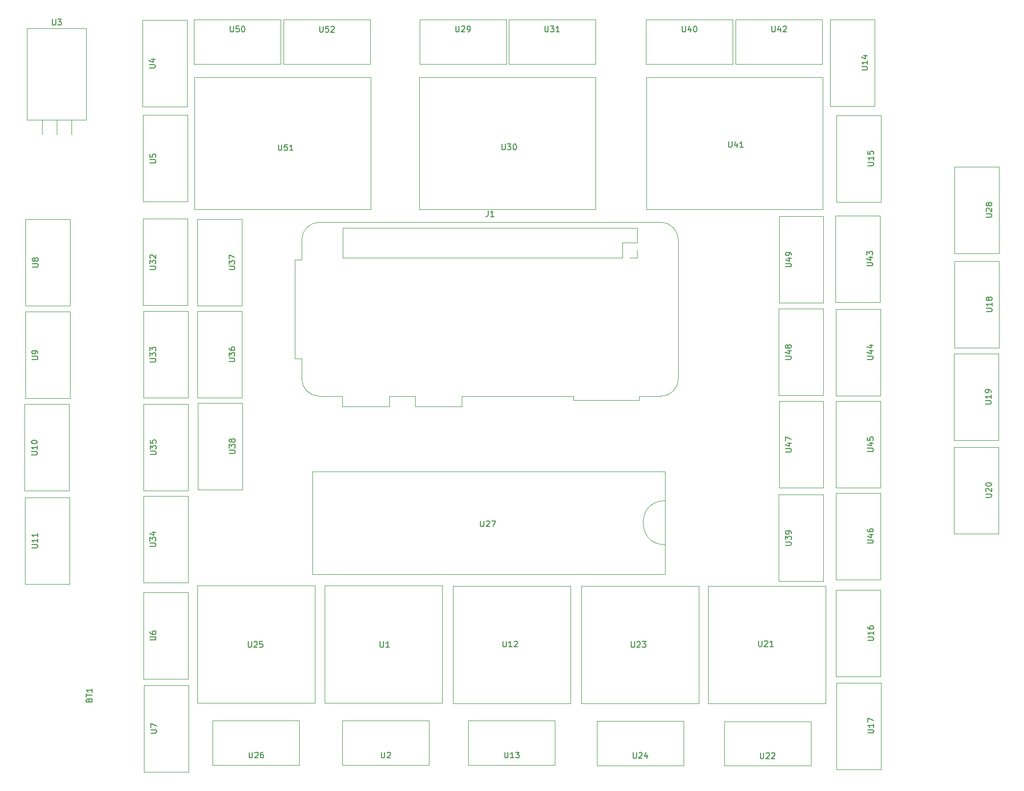
<source format=gbr>
G04 #@! TF.GenerationSoftware,KiCad,Pcbnew,(5.1.6)-1*
G04 #@! TF.CreationDate,2020-11-29T20:56:03-05:00*
G04 #@! TF.ProjectId,CaelusPCB,4361656c-7573-4504-9342-2e6b69636164,rev?*
G04 #@! TF.SameCoordinates,Original*
G04 #@! TF.FileFunction,Legend,Top*
G04 #@! TF.FilePolarity,Positive*
%FSLAX46Y46*%
G04 Gerber Fmt 4.6, Leading zero omitted, Abs format (unit mm)*
G04 Created by KiCad (PCBNEW (5.1.6)-1) date 2020-11-29 20:56:03*
%MOMM*%
%LPD*%
G01*
G04 APERTURE LIST*
%ADD10C,0.101600*%
%ADD11C,0.120000*%
%ADD12C,0.150000*%
G04 APERTURE END LIST*
D10*
X184180000Y-143390000D02*
X123220000Y-143390000D01*
X123220000Y-125610000D02*
X123220000Y-143390000D01*
X184180000Y-125610000D02*
X123220000Y-125610000D01*
X184180000Y-143390000D02*
X184180000Y-125610000D01*
X184180000Y-130690000D02*
G75*
G03*
X184180000Y-138310000I0J-3810000D01*
G01*
D11*
X241940000Y-87893000D02*
X241940000Y-72907000D01*
X241940000Y-87893000D02*
X234240000Y-87893000D01*
X234240000Y-87893000D02*
X234240000Y-72907000D01*
X241940000Y-72907000D02*
X234240000Y-72907000D01*
D10*
X190015000Y-145435000D02*
X190015000Y-165755000D01*
X190015000Y-145435000D02*
X169695000Y-145435000D01*
X169695000Y-165755000D02*
X190015000Y-165755000D01*
X169695000Y-165755000D02*
X169695000Y-145435000D01*
D11*
X124420000Y-82495000D02*
X183420000Y-82495000D01*
X186480000Y-85555000D02*
X186480000Y-109555000D01*
X124420000Y-112615000D02*
X128360000Y-112615000D01*
X121360000Y-106115000D02*
X121360000Y-109555000D01*
X128460000Y-83455000D02*
X128460000Y-88655000D01*
X176780000Y-88655000D02*
X128460000Y-88655000D01*
X179380000Y-88655000D02*
X178050000Y-88655000D01*
X179380000Y-87325000D02*
X179380000Y-88655000D01*
X176780000Y-86055000D02*
X176780000Y-88655000D01*
X179380000Y-86055000D02*
X176780000Y-86055000D01*
X179380000Y-83455000D02*
X179380000Y-86055000D01*
X179380000Y-83455000D02*
X128460000Y-83455000D01*
X121360000Y-88995000D02*
X120160000Y-88995000D01*
X120160000Y-88995000D02*
X120160000Y-106115000D01*
X120160000Y-106115000D02*
X121360000Y-106115000D01*
X121360000Y-88995000D02*
X121360000Y-85555000D01*
X128360000Y-112615000D02*
X128360000Y-114415000D01*
X128360000Y-114415000D02*
X136480000Y-114415000D01*
X136480000Y-114415000D02*
X136480000Y-112615000D01*
X140960000Y-112615000D02*
X140960000Y-114415000D01*
X149080000Y-114415000D02*
X149080000Y-112615000D01*
X140960000Y-114415000D02*
X149080000Y-114415000D01*
X136480000Y-112615000D02*
X140960000Y-112615000D01*
X149080000Y-112615000D02*
X168310000Y-112615000D01*
X168310000Y-112615000D02*
X168310000Y-113315000D01*
X168310000Y-113315000D02*
X179730000Y-113315000D01*
X179730000Y-113315000D02*
X179730000Y-112615000D01*
X179730000Y-112615000D02*
X183420000Y-112615000D01*
X183420000Y-112615000D02*
G75*
G03*
X186480000Y-109555000I0J3060000D01*
G01*
X186480000Y-85555000D02*
G75*
G03*
X183420000Y-82495000I-3060000J0D01*
G01*
X124420000Y-82495000D02*
G75*
G03*
X121360000Y-85555000I0J-3060000D01*
G01*
X121360000Y-109555000D02*
G75*
G03*
X124420000Y-112615000I3060000J0D01*
G01*
X203865000Y-96448000D02*
X211565000Y-96448000D01*
X211565000Y-81462000D02*
X211565000Y-96448000D01*
X203865000Y-81462000D02*
X211565000Y-81462000D01*
X203865000Y-81462000D02*
X203865000Y-96448000D01*
X221390000Y-112498000D02*
X221390000Y-97512000D01*
X221390000Y-112498000D02*
X213690000Y-112498000D01*
X213690000Y-112498000D02*
X213690000Y-97512000D01*
X221390000Y-97512000D02*
X213690000Y-97512000D01*
X221315000Y-81337000D02*
X213615000Y-81337000D01*
X213615000Y-96323000D02*
X213615000Y-81337000D01*
X221315000Y-96323000D02*
X213615000Y-96323000D01*
X221315000Y-96323000D02*
X221315000Y-81337000D01*
D10*
X125375000Y-165735000D02*
X125375000Y-145415000D01*
X125375000Y-165735000D02*
X145695000Y-165735000D01*
X145695000Y-145415000D02*
X125375000Y-145415000D01*
X145695000Y-145415000D02*
X145695000Y-165735000D01*
D11*
X143368000Y-176475000D02*
X143368000Y-168775000D01*
X128382000Y-168775000D02*
X143368000Y-168775000D01*
X128382000Y-176475000D02*
X128382000Y-168775000D01*
X128382000Y-176475000D02*
X143368000Y-176475000D01*
X73880000Y-64810000D02*
X84120000Y-64810000D01*
X73880000Y-48920000D02*
X84120000Y-48920000D01*
X73880000Y-48920000D02*
X73880000Y-64810000D01*
X84120000Y-48920000D02*
X84120000Y-64810000D01*
X76460000Y-64810000D02*
X76460000Y-67350000D01*
X79000000Y-64810000D02*
X79000000Y-67350000D01*
X81540000Y-64810000D02*
X81540000Y-67350000D01*
X93850000Y-62493000D02*
X101550000Y-62493000D01*
X101550000Y-47507000D02*
X101550000Y-62493000D01*
X93850000Y-47507000D02*
X101550000Y-47507000D01*
X93850000Y-47507000D02*
X93850000Y-62493000D01*
X93950000Y-63957000D02*
X93950000Y-78943000D01*
X93950000Y-63957000D02*
X101650000Y-63957000D01*
X101650000Y-63957000D02*
X101650000Y-78943000D01*
X93950000Y-78943000D02*
X101650000Y-78943000D01*
X93975000Y-161518000D02*
X101675000Y-161518000D01*
X101675000Y-146532000D02*
X101675000Y-161518000D01*
X93975000Y-146532000D02*
X101675000Y-146532000D01*
X93975000Y-146532000D02*
X93975000Y-161518000D01*
X94100000Y-162632000D02*
X94100000Y-177618000D01*
X94100000Y-162632000D02*
X101800000Y-162632000D01*
X101800000Y-162632000D02*
X101800000Y-177618000D01*
X94100000Y-177618000D02*
X101800000Y-177618000D01*
X73625000Y-96943000D02*
X81325000Y-96943000D01*
X81325000Y-81957000D02*
X81325000Y-96943000D01*
X73625000Y-81957000D02*
X81325000Y-81957000D01*
X73625000Y-81957000D02*
X73625000Y-96943000D01*
X73575000Y-98007000D02*
X73575000Y-112993000D01*
X73575000Y-98007000D02*
X81275000Y-98007000D01*
X81275000Y-98007000D02*
X81275000Y-112993000D01*
X73575000Y-112993000D02*
X81275000Y-112993000D01*
X73475000Y-128993000D02*
X81175000Y-128993000D01*
X81175000Y-114007000D02*
X81175000Y-128993000D01*
X73475000Y-114007000D02*
X81175000Y-114007000D01*
X73475000Y-114007000D02*
X73475000Y-128993000D01*
X73525000Y-145093000D02*
X81225000Y-145093000D01*
X81225000Y-130107000D02*
X81225000Y-145093000D01*
X73525000Y-130107000D02*
X81225000Y-130107000D01*
X73525000Y-130107000D02*
X73525000Y-145093000D01*
D10*
X167795000Y-145445000D02*
X167795000Y-165765000D01*
X167795000Y-145445000D02*
X147475000Y-145445000D01*
X147475000Y-165765000D02*
X167795000Y-165765000D01*
X147475000Y-165765000D02*
X147475000Y-145445000D01*
D11*
X150182000Y-176475000D02*
X165168000Y-176475000D01*
X150182000Y-176475000D02*
X150182000Y-168775000D01*
X150182000Y-168775000D02*
X165168000Y-168775000D01*
X165168000Y-176475000D02*
X165168000Y-168775000D01*
X220425000Y-47407000D02*
X212725000Y-47407000D01*
X212725000Y-62393000D02*
X212725000Y-47407000D01*
X220425000Y-62393000D02*
X212725000Y-62393000D01*
X220425000Y-62393000D02*
X220425000Y-47407000D01*
X221475000Y-78968000D02*
X221475000Y-63982000D01*
X221475000Y-78968000D02*
X213775000Y-78968000D01*
X213775000Y-78968000D02*
X213775000Y-63982000D01*
X221475000Y-63982000D02*
X213775000Y-63982000D01*
X221460000Y-161153000D02*
X221460000Y-146167000D01*
X221460000Y-161153000D02*
X213760000Y-161153000D01*
X213760000Y-161153000D02*
X213760000Y-146167000D01*
X221460000Y-146167000D02*
X213760000Y-146167000D01*
X221500000Y-162187000D02*
X213800000Y-162187000D01*
X213800000Y-177173000D02*
X213800000Y-162187000D01*
X221500000Y-177173000D02*
X213800000Y-177173000D01*
X221500000Y-177173000D02*
X221500000Y-162187000D01*
X241950000Y-104253000D02*
X241950000Y-89267000D01*
X241950000Y-104253000D02*
X234250000Y-104253000D01*
X234250000Y-104253000D02*
X234250000Y-89267000D01*
X241950000Y-89267000D02*
X234250000Y-89267000D01*
X241810000Y-105257000D02*
X234110000Y-105257000D01*
X234110000Y-120243000D02*
X234110000Y-105257000D01*
X241810000Y-120243000D02*
X234110000Y-120243000D01*
X241810000Y-120243000D02*
X241810000Y-105257000D01*
X241870000Y-136383000D02*
X241870000Y-121397000D01*
X241870000Y-136383000D02*
X234170000Y-136383000D01*
X234170000Y-136383000D02*
X234170000Y-121397000D01*
X241870000Y-121397000D02*
X234170000Y-121397000D01*
D10*
X191625000Y-165795000D02*
X191625000Y-145475000D01*
X191625000Y-165795000D02*
X211945000Y-165795000D01*
X211945000Y-145475000D02*
X191625000Y-145475000D01*
X211945000Y-145475000D02*
X211945000Y-165795000D01*
D11*
X194382000Y-176575000D02*
X209368000Y-176575000D01*
X194382000Y-176575000D02*
X194382000Y-168875000D01*
X194382000Y-168875000D02*
X209368000Y-168875000D01*
X209368000Y-176575000D02*
X209368000Y-168875000D01*
X172382000Y-176525000D02*
X187368000Y-176525000D01*
X172382000Y-176525000D02*
X172382000Y-168825000D01*
X172382000Y-168825000D02*
X187368000Y-168825000D01*
X187368000Y-176525000D02*
X187368000Y-168825000D01*
D10*
X103345000Y-165675000D02*
X103345000Y-145355000D01*
X103345000Y-165675000D02*
X123665000Y-165675000D01*
X123665000Y-145355000D02*
X103345000Y-145355000D01*
X123665000Y-145355000D02*
X123665000Y-165675000D01*
D11*
X105982000Y-176475000D02*
X120968000Y-176475000D01*
X105982000Y-176475000D02*
X105982000Y-168775000D01*
X105982000Y-168775000D02*
X120968000Y-168775000D01*
X120968000Y-176475000D02*
X120968000Y-168775000D01*
X156743000Y-47390000D02*
X141757000Y-47390000D01*
X156743000Y-47390000D02*
X156743000Y-55090000D01*
X156743000Y-55090000D02*
X141757000Y-55090000D01*
X141757000Y-47390000D02*
X141757000Y-55090000D01*
X172150000Y-57420000D02*
X172150000Y-80280000D01*
X172150000Y-80280000D02*
X141670000Y-80280000D01*
X141670000Y-57420000D02*
X141670000Y-80280000D01*
X141670000Y-57420000D02*
X172150000Y-57420000D01*
X157157000Y-47390000D02*
X157157000Y-55090000D01*
X172143000Y-55090000D02*
X157157000Y-55090000D01*
X172143000Y-47390000D02*
X172143000Y-55090000D01*
X172143000Y-47390000D02*
X157157000Y-47390000D01*
X93950000Y-81907000D02*
X93950000Y-96893000D01*
X93950000Y-81907000D02*
X101650000Y-81907000D01*
X101650000Y-81907000D02*
X101650000Y-96893000D01*
X93950000Y-96893000D02*
X101650000Y-96893000D01*
X93975000Y-112893000D02*
X101675000Y-112893000D01*
X101675000Y-97907000D02*
X101675000Y-112893000D01*
X93975000Y-97907000D02*
X101675000Y-97907000D01*
X93975000Y-97907000D02*
X93975000Y-112893000D01*
X93975000Y-129857000D02*
X93975000Y-144843000D01*
X93975000Y-129857000D02*
X101675000Y-129857000D01*
X101675000Y-129857000D02*
X101675000Y-144843000D01*
X93975000Y-144843000D02*
X101675000Y-144843000D01*
X94025000Y-128943000D02*
X101725000Y-128943000D01*
X101725000Y-113957000D02*
X101725000Y-128943000D01*
X94025000Y-113957000D02*
X101725000Y-113957000D01*
X94025000Y-113957000D02*
X94025000Y-128943000D01*
X111050000Y-112893000D02*
X111050000Y-97907000D01*
X111050000Y-112893000D02*
X103350000Y-112893000D01*
X103350000Y-112893000D02*
X103350000Y-97907000D01*
X111050000Y-97907000D02*
X103350000Y-97907000D01*
X111050000Y-81982000D02*
X103350000Y-81982000D01*
X103350000Y-96968000D02*
X103350000Y-81982000D01*
X111050000Y-96968000D02*
X103350000Y-96968000D01*
X111050000Y-96968000D02*
X111050000Y-81982000D01*
X111100000Y-113807000D02*
X103400000Y-113807000D01*
X103400000Y-128793000D02*
X103400000Y-113807000D01*
X111100000Y-128793000D02*
X103400000Y-128793000D01*
X111100000Y-128793000D02*
X111100000Y-113807000D01*
X203840000Y-144648000D02*
X211540000Y-144648000D01*
X211540000Y-129662000D02*
X211540000Y-144648000D01*
X203840000Y-129662000D02*
X211540000Y-129662000D01*
X203840000Y-129662000D02*
X203840000Y-144648000D01*
X195893000Y-47400000D02*
X180907000Y-47400000D01*
X195893000Y-47400000D02*
X195893000Y-55100000D01*
X195893000Y-55100000D02*
X180907000Y-55100000D01*
X180907000Y-47400000D02*
X180907000Y-55100000D01*
X180920000Y-57420000D02*
X211400000Y-57420000D01*
X180920000Y-57420000D02*
X180920000Y-80280000D01*
X211400000Y-80280000D02*
X180920000Y-80280000D01*
X211400000Y-57420000D02*
X211400000Y-80280000D01*
X196407000Y-47400000D02*
X196407000Y-55100000D01*
X211393000Y-55100000D02*
X196407000Y-55100000D01*
X211393000Y-47400000D02*
X211393000Y-55100000D01*
X211393000Y-47400000D02*
X196407000Y-47400000D01*
X221440000Y-113487000D02*
X213740000Y-113487000D01*
X213740000Y-128473000D02*
X213740000Y-113487000D01*
X221440000Y-128473000D02*
X213740000Y-128473000D01*
X221440000Y-128473000D02*
X221440000Y-113487000D01*
X221415000Y-144323000D02*
X221415000Y-129337000D01*
X221415000Y-144323000D02*
X213715000Y-144323000D01*
X213715000Y-144323000D02*
X213715000Y-129337000D01*
X221415000Y-129337000D02*
X213715000Y-129337000D01*
X203865000Y-113487000D02*
X203865000Y-128473000D01*
X203865000Y-113487000D02*
X211565000Y-113487000D01*
X211565000Y-113487000D02*
X211565000Y-128473000D01*
X203865000Y-128473000D02*
X211565000Y-128473000D01*
X203840000Y-97487000D02*
X203840000Y-112473000D01*
X203840000Y-97487000D02*
X211540000Y-97487000D01*
X211540000Y-97487000D02*
X211540000Y-112473000D01*
X203840000Y-112473000D02*
X211540000Y-112473000D01*
X117743000Y-47390000D02*
X102757000Y-47390000D01*
X117743000Y-47390000D02*
X117743000Y-55090000D01*
X117743000Y-55090000D02*
X102757000Y-55090000D01*
X102757000Y-47390000D02*
X102757000Y-55090000D01*
X133280000Y-57450000D02*
X133280000Y-80310000D01*
X133280000Y-80310000D02*
X102800000Y-80310000D01*
X102800000Y-57450000D02*
X102800000Y-80310000D01*
X102800000Y-57450000D02*
X133280000Y-57450000D01*
X118237000Y-47430000D02*
X118237000Y-55130000D01*
X133223000Y-55130000D02*
X118237000Y-55130000D01*
X133223000Y-47430000D02*
X133223000Y-55130000D01*
X133223000Y-47430000D02*
X118237000Y-47430000D01*
D12*
X152281904Y-134162380D02*
X152281904Y-134971904D01*
X152329523Y-135067142D01*
X152377142Y-135114761D01*
X152472380Y-135162380D01*
X152662857Y-135162380D01*
X152758095Y-135114761D01*
X152805714Y-135067142D01*
X152853333Y-134971904D01*
X152853333Y-134162380D01*
X153281904Y-134257619D02*
X153329523Y-134210000D01*
X153424761Y-134162380D01*
X153662857Y-134162380D01*
X153758095Y-134210000D01*
X153805714Y-134257619D01*
X153853333Y-134352857D01*
X153853333Y-134448095D01*
X153805714Y-134590952D01*
X153234285Y-135162380D01*
X153853333Y-135162380D01*
X154186666Y-134162380D02*
X154853333Y-134162380D01*
X154424761Y-135162380D01*
X239686380Y-81618095D02*
X240495904Y-81618095D01*
X240591142Y-81570476D01*
X240638761Y-81522857D01*
X240686380Y-81427619D01*
X240686380Y-81237142D01*
X240638761Y-81141904D01*
X240591142Y-81094285D01*
X240495904Y-81046666D01*
X239686380Y-81046666D01*
X239781619Y-80618095D02*
X239734000Y-80570476D01*
X239686380Y-80475238D01*
X239686380Y-80237142D01*
X239734000Y-80141904D01*
X239781619Y-80094285D01*
X239876857Y-80046666D01*
X239972095Y-80046666D01*
X240114952Y-80094285D01*
X240686380Y-80665714D01*
X240686380Y-80046666D01*
X240114952Y-79475238D02*
X240067333Y-79570476D01*
X240019714Y-79618095D01*
X239924476Y-79665714D01*
X239876857Y-79665714D01*
X239781619Y-79618095D01*
X239734000Y-79570476D01*
X239686380Y-79475238D01*
X239686380Y-79284761D01*
X239734000Y-79189523D01*
X239781619Y-79141904D01*
X239876857Y-79094285D01*
X239924476Y-79094285D01*
X240019714Y-79141904D01*
X240067333Y-79189523D01*
X240114952Y-79284761D01*
X240114952Y-79475238D01*
X240162571Y-79570476D01*
X240210190Y-79618095D01*
X240305428Y-79665714D01*
X240495904Y-79665714D01*
X240591142Y-79618095D01*
X240638761Y-79570476D01*
X240686380Y-79475238D01*
X240686380Y-79284761D01*
X240638761Y-79189523D01*
X240591142Y-79141904D01*
X240495904Y-79094285D01*
X240305428Y-79094285D01*
X240210190Y-79141904D01*
X240162571Y-79189523D01*
X240114952Y-79284761D01*
X178326904Y-155067380D02*
X178326904Y-155876904D01*
X178374523Y-155972142D01*
X178422142Y-156019761D01*
X178517380Y-156067380D01*
X178707857Y-156067380D01*
X178803095Y-156019761D01*
X178850714Y-155972142D01*
X178898333Y-155876904D01*
X178898333Y-155067380D01*
X179326904Y-155162619D02*
X179374523Y-155115000D01*
X179469761Y-155067380D01*
X179707857Y-155067380D01*
X179803095Y-155115000D01*
X179850714Y-155162619D01*
X179898333Y-155257857D01*
X179898333Y-155353095D01*
X179850714Y-155495952D01*
X179279285Y-156067380D01*
X179898333Y-156067380D01*
X180231666Y-155067380D02*
X180850714Y-155067380D01*
X180517380Y-155448333D01*
X180660238Y-155448333D01*
X180755476Y-155495952D01*
X180803095Y-155543571D01*
X180850714Y-155638809D01*
X180850714Y-155876904D01*
X180803095Y-155972142D01*
X180755476Y-156019761D01*
X180660238Y-156067380D01*
X180374523Y-156067380D01*
X180279285Y-156019761D01*
X180231666Y-155972142D01*
X153586666Y-80507380D02*
X153586666Y-81221666D01*
X153539047Y-81364523D01*
X153443809Y-81459761D01*
X153300952Y-81507380D01*
X153205714Y-81507380D01*
X154586666Y-81507380D02*
X154015238Y-81507380D01*
X154300952Y-81507380D02*
X154300952Y-80507380D01*
X154205714Y-80650238D01*
X154110476Y-80745476D01*
X154015238Y-80793095D01*
X205023380Y-90213095D02*
X205832904Y-90213095D01*
X205928142Y-90165476D01*
X205975761Y-90117857D01*
X206023380Y-90022619D01*
X206023380Y-89832142D01*
X205975761Y-89736904D01*
X205928142Y-89689285D01*
X205832904Y-89641666D01*
X205023380Y-89641666D01*
X205356714Y-88736904D02*
X206023380Y-88736904D01*
X204975761Y-88975000D02*
X205690047Y-89213095D01*
X205690047Y-88594047D01*
X206023380Y-88165476D02*
X206023380Y-87975000D01*
X205975761Y-87879761D01*
X205928142Y-87832142D01*
X205785285Y-87736904D01*
X205594809Y-87689285D01*
X205213857Y-87689285D01*
X205118619Y-87736904D01*
X205071000Y-87784523D01*
X205023380Y-87879761D01*
X205023380Y-88070238D01*
X205071000Y-88165476D01*
X205118619Y-88213095D01*
X205213857Y-88260714D01*
X205451952Y-88260714D01*
X205547190Y-88213095D01*
X205594809Y-88165476D01*
X205642428Y-88070238D01*
X205642428Y-87879761D01*
X205594809Y-87784523D01*
X205547190Y-87736904D01*
X205451952Y-87689285D01*
X219136380Y-106223095D02*
X219945904Y-106223095D01*
X220041142Y-106175476D01*
X220088761Y-106127857D01*
X220136380Y-106032619D01*
X220136380Y-105842142D01*
X220088761Y-105746904D01*
X220041142Y-105699285D01*
X219945904Y-105651666D01*
X219136380Y-105651666D01*
X219469714Y-104746904D02*
X220136380Y-104746904D01*
X219088761Y-104985000D02*
X219803047Y-105223095D01*
X219803047Y-104604047D01*
X219469714Y-103794523D02*
X220136380Y-103794523D01*
X219088761Y-104032619D02*
X219803047Y-104270714D01*
X219803047Y-103651666D01*
X219061380Y-90048095D02*
X219870904Y-90048095D01*
X219966142Y-90000476D01*
X220013761Y-89952857D01*
X220061380Y-89857619D01*
X220061380Y-89667142D01*
X220013761Y-89571904D01*
X219966142Y-89524285D01*
X219870904Y-89476666D01*
X219061380Y-89476666D01*
X219394714Y-88571904D02*
X220061380Y-88571904D01*
X219013761Y-88810000D02*
X219728047Y-89048095D01*
X219728047Y-88429047D01*
X219061380Y-88143333D02*
X219061380Y-87524285D01*
X219442333Y-87857619D01*
X219442333Y-87714761D01*
X219489952Y-87619523D01*
X219537571Y-87571904D01*
X219632809Y-87524285D01*
X219870904Y-87524285D01*
X219966142Y-87571904D01*
X220013761Y-87619523D01*
X220061380Y-87714761D01*
X220061380Y-88000476D01*
X220013761Y-88095714D01*
X219966142Y-88143333D01*
X84618571Y-165185714D02*
X84666190Y-165042857D01*
X84713809Y-164995238D01*
X84809047Y-164947619D01*
X84951904Y-164947619D01*
X85047142Y-164995238D01*
X85094761Y-165042857D01*
X85142380Y-165138095D01*
X85142380Y-165519047D01*
X84142380Y-165519047D01*
X84142380Y-165185714D01*
X84190000Y-165090476D01*
X84237619Y-165042857D01*
X84332857Y-164995238D01*
X84428095Y-164995238D01*
X84523333Y-165042857D01*
X84570952Y-165090476D01*
X84618571Y-165185714D01*
X84618571Y-165519047D01*
X84142380Y-164661904D02*
X84142380Y-164090476D01*
X85142380Y-164376190D02*
X84142380Y-164376190D01*
X85142380Y-163233333D02*
X85142380Y-163804761D01*
X85142380Y-163519047D02*
X84142380Y-163519047D01*
X84285238Y-163614285D01*
X84380476Y-163709523D01*
X84428095Y-163804761D01*
X134943095Y-155067380D02*
X134943095Y-155876904D01*
X134990714Y-155972142D01*
X135038333Y-156019761D01*
X135133571Y-156067380D01*
X135324047Y-156067380D01*
X135419285Y-156019761D01*
X135466904Y-155972142D01*
X135514523Y-155876904D01*
X135514523Y-155067380D01*
X136514523Y-156067380D02*
X135943095Y-156067380D01*
X136228809Y-156067380D02*
X136228809Y-155067380D01*
X136133571Y-155210238D01*
X136038333Y-155305476D01*
X135943095Y-155353095D01*
X135133095Y-174221380D02*
X135133095Y-175030904D01*
X135180714Y-175126142D01*
X135228333Y-175173761D01*
X135323571Y-175221380D01*
X135514047Y-175221380D01*
X135609285Y-175173761D01*
X135656904Y-175126142D01*
X135704523Y-175030904D01*
X135704523Y-174221380D01*
X136133095Y-174316619D02*
X136180714Y-174269000D01*
X136275952Y-174221380D01*
X136514047Y-174221380D01*
X136609285Y-174269000D01*
X136656904Y-174316619D01*
X136704523Y-174411857D01*
X136704523Y-174507095D01*
X136656904Y-174649952D01*
X136085476Y-175221380D01*
X136704523Y-175221380D01*
X78238095Y-47372380D02*
X78238095Y-48181904D01*
X78285714Y-48277142D01*
X78333333Y-48324761D01*
X78428571Y-48372380D01*
X78619047Y-48372380D01*
X78714285Y-48324761D01*
X78761904Y-48277142D01*
X78809523Y-48181904D01*
X78809523Y-47372380D01*
X79190476Y-47372380D02*
X79809523Y-47372380D01*
X79476190Y-47753333D01*
X79619047Y-47753333D01*
X79714285Y-47800952D01*
X79761904Y-47848571D01*
X79809523Y-47943809D01*
X79809523Y-48181904D01*
X79761904Y-48277142D01*
X79714285Y-48324761D01*
X79619047Y-48372380D01*
X79333333Y-48372380D01*
X79238095Y-48324761D01*
X79190476Y-48277142D01*
X95008380Y-55781904D02*
X95817904Y-55781904D01*
X95913142Y-55734285D01*
X95960761Y-55686666D01*
X96008380Y-55591428D01*
X96008380Y-55400952D01*
X95960761Y-55305714D01*
X95913142Y-55258095D01*
X95817904Y-55210476D01*
X95008380Y-55210476D01*
X95341714Y-54305714D02*
X96008380Y-54305714D01*
X94960761Y-54543809D02*
X95675047Y-54781904D01*
X95675047Y-54162857D01*
X95108380Y-72231904D02*
X95917904Y-72231904D01*
X96013142Y-72184285D01*
X96060761Y-72136666D01*
X96108380Y-72041428D01*
X96108380Y-71850952D01*
X96060761Y-71755714D01*
X96013142Y-71708095D01*
X95917904Y-71660476D01*
X95108380Y-71660476D01*
X95108380Y-70708095D02*
X95108380Y-71184285D01*
X95584571Y-71231904D01*
X95536952Y-71184285D01*
X95489333Y-71089047D01*
X95489333Y-70850952D01*
X95536952Y-70755714D01*
X95584571Y-70708095D01*
X95679809Y-70660476D01*
X95917904Y-70660476D01*
X96013142Y-70708095D01*
X96060761Y-70755714D01*
X96108380Y-70850952D01*
X96108380Y-71089047D01*
X96060761Y-71184285D01*
X96013142Y-71231904D01*
X95133380Y-154806904D02*
X95942904Y-154806904D01*
X96038142Y-154759285D01*
X96085761Y-154711666D01*
X96133380Y-154616428D01*
X96133380Y-154425952D01*
X96085761Y-154330714D01*
X96038142Y-154283095D01*
X95942904Y-154235476D01*
X95133380Y-154235476D01*
X95133380Y-153330714D02*
X95133380Y-153521190D01*
X95181000Y-153616428D01*
X95228619Y-153664047D01*
X95371476Y-153759285D01*
X95561952Y-153806904D01*
X95942904Y-153806904D01*
X96038142Y-153759285D01*
X96085761Y-153711666D01*
X96133380Y-153616428D01*
X96133380Y-153425952D01*
X96085761Y-153330714D01*
X96038142Y-153283095D01*
X95942904Y-153235476D01*
X95704809Y-153235476D01*
X95609571Y-153283095D01*
X95561952Y-153330714D01*
X95514333Y-153425952D01*
X95514333Y-153616428D01*
X95561952Y-153711666D01*
X95609571Y-153759285D01*
X95704809Y-153806904D01*
X95258380Y-170906904D02*
X96067904Y-170906904D01*
X96163142Y-170859285D01*
X96210761Y-170811666D01*
X96258380Y-170716428D01*
X96258380Y-170525952D01*
X96210761Y-170430714D01*
X96163142Y-170383095D01*
X96067904Y-170335476D01*
X95258380Y-170335476D01*
X95258380Y-169954523D02*
X95258380Y-169287857D01*
X96258380Y-169716428D01*
X74783380Y-90231904D02*
X75592904Y-90231904D01*
X75688142Y-90184285D01*
X75735761Y-90136666D01*
X75783380Y-90041428D01*
X75783380Y-89850952D01*
X75735761Y-89755714D01*
X75688142Y-89708095D01*
X75592904Y-89660476D01*
X74783380Y-89660476D01*
X75211952Y-89041428D02*
X75164333Y-89136666D01*
X75116714Y-89184285D01*
X75021476Y-89231904D01*
X74973857Y-89231904D01*
X74878619Y-89184285D01*
X74831000Y-89136666D01*
X74783380Y-89041428D01*
X74783380Y-88850952D01*
X74831000Y-88755714D01*
X74878619Y-88708095D01*
X74973857Y-88660476D01*
X75021476Y-88660476D01*
X75116714Y-88708095D01*
X75164333Y-88755714D01*
X75211952Y-88850952D01*
X75211952Y-89041428D01*
X75259571Y-89136666D01*
X75307190Y-89184285D01*
X75402428Y-89231904D01*
X75592904Y-89231904D01*
X75688142Y-89184285D01*
X75735761Y-89136666D01*
X75783380Y-89041428D01*
X75783380Y-88850952D01*
X75735761Y-88755714D01*
X75688142Y-88708095D01*
X75592904Y-88660476D01*
X75402428Y-88660476D01*
X75307190Y-88708095D01*
X75259571Y-88755714D01*
X75211952Y-88850952D01*
X74733380Y-106281904D02*
X75542904Y-106281904D01*
X75638142Y-106234285D01*
X75685761Y-106186666D01*
X75733380Y-106091428D01*
X75733380Y-105900952D01*
X75685761Y-105805714D01*
X75638142Y-105758095D01*
X75542904Y-105710476D01*
X74733380Y-105710476D01*
X75733380Y-105186666D02*
X75733380Y-104996190D01*
X75685761Y-104900952D01*
X75638142Y-104853333D01*
X75495285Y-104758095D01*
X75304809Y-104710476D01*
X74923857Y-104710476D01*
X74828619Y-104758095D01*
X74781000Y-104805714D01*
X74733380Y-104900952D01*
X74733380Y-105091428D01*
X74781000Y-105186666D01*
X74828619Y-105234285D01*
X74923857Y-105281904D01*
X75161952Y-105281904D01*
X75257190Y-105234285D01*
X75304809Y-105186666D01*
X75352428Y-105091428D01*
X75352428Y-104900952D01*
X75304809Y-104805714D01*
X75257190Y-104758095D01*
X75161952Y-104710476D01*
X74633380Y-122758095D02*
X75442904Y-122758095D01*
X75538142Y-122710476D01*
X75585761Y-122662857D01*
X75633380Y-122567619D01*
X75633380Y-122377142D01*
X75585761Y-122281904D01*
X75538142Y-122234285D01*
X75442904Y-122186666D01*
X74633380Y-122186666D01*
X75633380Y-121186666D02*
X75633380Y-121758095D01*
X75633380Y-121472380D02*
X74633380Y-121472380D01*
X74776238Y-121567619D01*
X74871476Y-121662857D01*
X74919095Y-121758095D01*
X74633380Y-120567619D02*
X74633380Y-120472380D01*
X74681000Y-120377142D01*
X74728619Y-120329523D01*
X74823857Y-120281904D01*
X75014333Y-120234285D01*
X75252428Y-120234285D01*
X75442904Y-120281904D01*
X75538142Y-120329523D01*
X75585761Y-120377142D01*
X75633380Y-120472380D01*
X75633380Y-120567619D01*
X75585761Y-120662857D01*
X75538142Y-120710476D01*
X75442904Y-120758095D01*
X75252428Y-120805714D01*
X75014333Y-120805714D01*
X74823857Y-120758095D01*
X74728619Y-120710476D01*
X74681000Y-120662857D01*
X74633380Y-120567619D01*
X74683380Y-138858095D02*
X75492904Y-138858095D01*
X75588142Y-138810476D01*
X75635761Y-138762857D01*
X75683380Y-138667619D01*
X75683380Y-138477142D01*
X75635761Y-138381904D01*
X75588142Y-138334285D01*
X75492904Y-138286666D01*
X74683380Y-138286666D01*
X75683380Y-137286666D02*
X75683380Y-137858095D01*
X75683380Y-137572380D02*
X74683380Y-137572380D01*
X74826238Y-137667619D01*
X74921476Y-137762857D01*
X74969095Y-137858095D01*
X75683380Y-136334285D02*
X75683380Y-136905714D01*
X75683380Y-136620000D02*
X74683380Y-136620000D01*
X74826238Y-136715238D01*
X74921476Y-136810476D01*
X74969095Y-136905714D01*
X156166904Y-154997380D02*
X156166904Y-155806904D01*
X156214523Y-155902142D01*
X156262142Y-155949761D01*
X156357380Y-155997380D01*
X156547857Y-155997380D01*
X156643095Y-155949761D01*
X156690714Y-155902142D01*
X156738333Y-155806904D01*
X156738333Y-154997380D01*
X157738333Y-155997380D02*
X157166904Y-155997380D01*
X157452619Y-155997380D02*
X157452619Y-154997380D01*
X157357380Y-155140238D01*
X157262142Y-155235476D01*
X157166904Y-155283095D01*
X158119285Y-155092619D02*
X158166904Y-155045000D01*
X158262142Y-154997380D01*
X158500238Y-154997380D01*
X158595476Y-155045000D01*
X158643095Y-155092619D01*
X158690714Y-155187857D01*
X158690714Y-155283095D01*
X158643095Y-155425952D01*
X158071666Y-155997380D01*
X158690714Y-155997380D01*
X156456904Y-174221380D02*
X156456904Y-175030904D01*
X156504523Y-175126142D01*
X156552142Y-175173761D01*
X156647380Y-175221380D01*
X156837857Y-175221380D01*
X156933095Y-175173761D01*
X156980714Y-175126142D01*
X157028333Y-175030904D01*
X157028333Y-174221380D01*
X158028333Y-175221380D02*
X157456904Y-175221380D01*
X157742619Y-175221380D02*
X157742619Y-174221380D01*
X157647380Y-174364238D01*
X157552142Y-174459476D01*
X157456904Y-174507095D01*
X158361666Y-174221380D02*
X158980714Y-174221380D01*
X158647380Y-174602333D01*
X158790238Y-174602333D01*
X158885476Y-174649952D01*
X158933095Y-174697571D01*
X158980714Y-174792809D01*
X158980714Y-175030904D01*
X158933095Y-175126142D01*
X158885476Y-175173761D01*
X158790238Y-175221380D01*
X158504523Y-175221380D01*
X158409285Y-175173761D01*
X158361666Y-175126142D01*
X218171380Y-56118095D02*
X218980904Y-56118095D01*
X219076142Y-56070476D01*
X219123761Y-56022857D01*
X219171380Y-55927619D01*
X219171380Y-55737142D01*
X219123761Y-55641904D01*
X219076142Y-55594285D01*
X218980904Y-55546666D01*
X218171380Y-55546666D01*
X219171380Y-54546666D02*
X219171380Y-55118095D01*
X219171380Y-54832380D02*
X218171380Y-54832380D01*
X218314238Y-54927619D01*
X218409476Y-55022857D01*
X218457095Y-55118095D01*
X218504714Y-53689523D02*
X219171380Y-53689523D01*
X218123761Y-53927619D02*
X218838047Y-54165714D01*
X218838047Y-53546666D01*
X219221380Y-72693095D02*
X220030904Y-72693095D01*
X220126142Y-72645476D01*
X220173761Y-72597857D01*
X220221380Y-72502619D01*
X220221380Y-72312142D01*
X220173761Y-72216904D01*
X220126142Y-72169285D01*
X220030904Y-72121666D01*
X219221380Y-72121666D01*
X220221380Y-71121666D02*
X220221380Y-71693095D01*
X220221380Y-71407380D02*
X219221380Y-71407380D01*
X219364238Y-71502619D01*
X219459476Y-71597857D01*
X219507095Y-71693095D01*
X219221380Y-70216904D02*
X219221380Y-70693095D01*
X219697571Y-70740714D01*
X219649952Y-70693095D01*
X219602333Y-70597857D01*
X219602333Y-70359761D01*
X219649952Y-70264523D01*
X219697571Y-70216904D01*
X219792809Y-70169285D01*
X220030904Y-70169285D01*
X220126142Y-70216904D01*
X220173761Y-70264523D01*
X220221380Y-70359761D01*
X220221380Y-70597857D01*
X220173761Y-70693095D01*
X220126142Y-70740714D01*
X219206380Y-154878095D02*
X220015904Y-154878095D01*
X220111142Y-154830476D01*
X220158761Y-154782857D01*
X220206380Y-154687619D01*
X220206380Y-154497142D01*
X220158761Y-154401904D01*
X220111142Y-154354285D01*
X220015904Y-154306666D01*
X219206380Y-154306666D01*
X220206380Y-153306666D02*
X220206380Y-153878095D01*
X220206380Y-153592380D02*
X219206380Y-153592380D01*
X219349238Y-153687619D01*
X219444476Y-153782857D01*
X219492095Y-153878095D01*
X219206380Y-152449523D02*
X219206380Y-152640000D01*
X219254000Y-152735238D01*
X219301619Y-152782857D01*
X219444476Y-152878095D01*
X219634952Y-152925714D01*
X220015904Y-152925714D01*
X220111142Y-152878095D01*
X220158761Y-152830476D01*
X220206380Y-152735238D01*
X220206380Y-152544761D01*
X220158761Y-152449523D01*
X220111142Y-152401904D01*
X220015904Y-152354285D01*
X219777809Y-152354285D01*
X219682571Y-152401904D01*
X219634952Y-152449523D01*
X219587333Y-152544761D01*
X219587333Y-152735238D01*
X219634952Y-152830476D01*
X219682571Y-152878095D01*
X219777809Y-152925714D01*
X219246380Y-170898095D02*
X220055904Y-170898095D01*
X220151142Y-170850476D01*
X220198761Y-170802857D01*
X220246380Y-170707619D01*
X220246380Y-170517142D01*
X220198761Y-170421904D01*
X220151142Y-170374285D01*
X220055904Y-170326666D01*
X219246380Y-170326666D01*
X220246380Y-169326666D02*
X220246380Y-169898095D01*
X220246380Y-169612380D02*
X219246380Y-169612380D01*
X219389238Y-169707619D01*
X219484476Y-169802857D01*
X219532095Y-169898095D01*
X219246380Y-168993333D02*
X219246380Y-168326666D01*
X220246380Y-168755238D01*
X239696380Y-97978095D02*
X240505904Y-97978095D01*
X240601142Y-97930476D01*
X240648761Y-97882857D01*
X240696380Y-97787619D01*
X240696380Y-97597142D01*
X240648761Y-97501904D01*
X240601142Y-97454285D01*
X240505904Y-97406666D01*
X239696380Y-97406666D01*
X240696380Y-96406666D02*
X240696380Y-96978095D01*
X240696380Y-96692380D02*
X239696380Y-96692380D01*
X239839238Y-96787619D01*
X239934476Y-96882857D01*
X239982095Y-96978095D01*
X240124952Y-95835238D02*
X240077333Y-95930476D01*
X240029714Y-95978095D01*
X239934476Y-96025714D01*
X239886857Y-96025714D01*
X239791619Y-95978095D01*
X239744000Y-95930476D01*
X239696380Y-95835238D01*
X239696380Y-95644761D01*
X239744000Y-95549523D01*
X239791619Y-95501904D01*
X239886857Y-95454285D01*
X239934476Y-95454285D01*
X240029714Y-95501904D01*
X240077333Y-95549523D01*
X240124952Y-95644761D01*
X240124952Y-95835238D01*
X240172571Y-95930476D01*
X240220190Y-95978095D01*
X240315428Y-96025714D01*
X240505904Y-96025714D01*
X240601142Y-95978095D01*
X240648761Y-95930476D01*
X240696380Y-95835238D01*
X240696380Y-95644761D01*
X240648761Y-95549523D01*
X240601142Y-95501904D01*
X240505904Y-95454285D01*
X240315428Y-95454285D01*
X240220190Y-95501904D01*
X240172571Y-95549523D01*
X240124952Y-95644761D01*
X239556380Y-113968095D02*
X240365904Y-113968095D01*
X240461142Y-113920476D01*
X240508761Y-113872857D01*
X240556380Y-113777619D01*
X240556380Y-113587142D01*
X240508761Y-113491904D01*
X240461142Y-113444285D01*
X240365904Y-113396666D01*
X239556380Y-113396666D01*
X240556380Y-112396666D02*
X240556380Y-112968095D01*
X240556380Y-112682380D02*
X239556380Y-112682380D01*
X239699238Y-112777619D01*
X239794476Y-112872857D01*
X239842095Y-112968095D01*
X240556380Y-111920476D02*
X240556380Y-111730000D01*
X240508761Y-111634761D01*
X240461142Y-111587142D01*
X240318285Y-111491904D01*
X240127809Y-111444285D01*
X239746857Y-111444285D01*
X239651619Y-111491904D01*
X239604000Y-111539523D01*
X239556380Y-111634761D01*
X239556380Y-111825238D01*
X239604000Y-111920476D01*
X239651619Y-111968095D01*
X239746857Y-112015714D01*
X239984952Y-112015714D01*
X240080190Y-111968095D01*
X240127809Y-111920476D01*
X240175428Y-111825238D01*
X240175428Y-111634761D01*
X240127809Y-111539523D01*
X240080190Y-111491904D01*
X239984952Y-111444285D01*
X239616380Y-130108095D02*
X240425904Y-130108095D01*
X240521142Y-130060476D01*
X240568761Y-130012857D01*
X240616380Y-129917619D01*
X240616380Y-129727142D01*
X240568761Y-129631904D01*
X240521142Y-129584285D01*
X240425904Y-129536666D01*
X239616380Y-129536666D01*
X239711619Y-129108095D02*
X239664000Y-129060476D01*
X239616380Y-128965238D01*
X239616380Y-128727142D01*
X239664000Y-128631904D01*
X239711619Y-128584285D01*
X239806857Y-128536666D01*
X239902095Y-128536666D01*
X240044952Y-128584285D01*
X240616380Y-129155714D01*
X240616380Y-128536666D01*
X239616380Y-127917619D02*
X239616380Y-127822380D01*
X239664000Y-127727142D01*
X239711619Y-127679523D01*
X239806857Y-127631904D01*
X239997333Y-127584285D01*
X240235428Y-127584285D01*
X240425904Y-127631904D01*
X240521142Y-127679523D01*
X240568761Y-127727142D01*
X240616380Y-127822380D01*
X240616380Y-127917619D01*
X240568761Y-128012857D01*
X240521142Y-128060476D01*
X240425904Y-128108095D01*
X240235428Y-128155714D01*
X239997333Y-128155714D01*
X239806857Y-128108095D01*
X239711619Y-128060476D01*
X239664000Y-128012857D01*
X239616380Y-127917619D01*
X200356904Y-154937380D02*
X200356904Y-155746904D01*
X200404523Y-155842142D01*
X200452142Y-155889761D01*
X200547380Y-155937380D01*
X200737857Y-155937380D01*
X200833095Y-155889761D01*
X200880714Y-155842142D01*
X200928333Y-155746904D01*
X200928333Y-154937380D01*
X201356904Y-155032619D02*
X201404523Y-154985000D01*
X201499761Y-154937380D01*
X201737857Y-154937380D01*
X201833095Y-154985000D01*
X201880714Y-155032619D01*
X201928333Y-155127857D01*
X201928333Y-155223095D01*
X201880714Y-155365952D01*
X201309285Y-155937380D01*
X201928333Y-155937380D01*
X202880714Y-155937380D02*
X202309285Y-155937380D01*
X202595000Y-155937380D02*
X202595000Y-154937380D01*
X202499761Y-155080238D01*
X202404523Y-155175476D01*
X202309285Y-155223095D01*
X200656904Y-174321380D02*
X200656904Y-175130904D01*
X200704523Y-175226142D01*
X200752142Y-175273761D01*
X200847380Y-175321380D01*
X201037857Y-175321380D01*
X201133095Y-175273761D01*
X201180714Y-175226142D01*
X201228333Y-175130904D01*
X201228333Y-174321380D01*
X201656904Y-174416619D02*
X201704523Y-174369000D01*
X201799761Y-174321380D01*
X202037857Y-174321380D01*
X202133095Y-174369000D01*
X202180714Y-174416619D01*
X202228333Y-174511857D01*
X202228333Y-174607095D01*
X202180714Y-174749952D01*
X201609285Y-175321380D01*
X202228333Y-175321380D01*
X202609285Y-174416619D02*
X202656904Y-174369000D01*
X202752142Y-174321380D01*
X202990238Y-174321380D01*
X203085476Y-174369000D01*
X203133095Y-174416619D01*
X203180714Y-174511857D01*
X203180714Y-174607095D01*
X203133095Y-174749952D01*
X202561666Y-175321380D01*
X203180714Y-175321380D01*
X178656904Y-174271380D02*
X178656904Y-175080904D01*
X178704523Y-175176142D01*
X178752142Y-175223761D01*
X178847380Y-175271380D01*
X179037857Y-175271380D01*
X179133095Y-175223761D01*
X179180714Y-175176142D01*
X179228333Y-175080904D01*
X179228333Y-174271380D01*
X179656904Y-174366619D02*
X179704523Y-174319000D01*
X179799761Y-174271380D01*
X180037857Y-174271380D01*
X180133095Y-174319000D01*
X180180714Y-174366619D01*
X180228333Y-174461857D01*
X180228333Y-174557095D01*
X180180714Y-174699952D01*
X179609285Y-175271380D01*
X180228333Y-175271380D01*
X181085476Y-174604714D02*
X181085476Y-175271380D01*
X180847380Y-174223761D02*
X180609285Y-174938047D01*
X181228333Y-174938047D01*
X112106904Y-155067380D02*
X112106904Y-155876904D01*
X112154523Y-155972142D01*
X112202142Y-156019761D01*
X112297380Y-156067380D01*
X112487857Y-156067380D01*
X112583095Y-156019761D01*
X112630714Y-155972142D01*
X112678333Y-155876904D01*
X112678333Y-155067380D01*
X113106904Y-155162619D02*
X113154523Y-155115000D01*
X113249761Y-155067380D01*
X113487857Y-155067380D01*
X113583095Y-155115000D01*
X113630714Y-155162619D01*
X113678333Y-155257857D01*
X113678333Y-155353095D01*
X113630714Y-155495952D01*
X113059285Y-156067380D01*
X113678333Y-156067380D01*
X114583095Y-155067380D02*
X114106904Y-155067380D01*
X114059285Y-155543571D01*
X114106904Y-155495952D01*
X114202142Y-155448333D01*
X114440238Y-155448333D01*
X114535476Y-155495952D01*
X114583095Y-155543571D01*
X114630714Y-155638809D01*
X114630714Y-155876904D01*
X114583095Y-155972142D01*
X114535476Y-156019761D01*
X114440238Y-156067380D01*
X114202142Y-156067380D01*
X114106904Y-156019761D01*
X114059285Y-155972142D01*
X112256904Y-174221380D02*
X112256904Y-175030904D01*
X112304523Y-175126142D01*
X112352142Y-175173761D01*
X112447380Y-175221380D01*
X112637857Y-175221380D01*
X112733095Y-175173761D01*
X112780714Y-175126142D01*
X112828333Y-175030904D01*
X112828333Y-174221380D01*
X113256904Y-174316619D02*
X113304523Y-174269000D01*
X113399761Y-174221380D01*
X113637857Y-174221380D01*
X113733095Y-174269000D01*
X113780714Y-174316619D01*
X113828333Y-174411857D01*
X113828333Y-174507095D01*
X113780714Y-174649952D01*
X113209285Y-175221380D01*
X113828333Y-175221380D01*
X114685476Y-174221380D02*
X114495000Y-174221380D01*
X114399761Y-174269000D01*
X114352142Y-174316619D01*
X114256904Y-174459476D01*
X114209285Y-174649952D01*
X114209285Y-175030904D01*
X114256904Y-175126142D01*
X114304523Y-175173761D01*
X114399761Y-175221380D01*
X114590238Y-175221380D01*
X114685476Y-175173761D01*
X114733095Y-175126142D01*
X114780714Y-175030904D01*
X114780714Y-174792809D01*
X114733095Y-174697571D01*
X114685476Y-174649952D01*
X114590238Y-174602333D01*
X114399761Y-174602333D01*
X114304523Y-174649952D01*
X114256904Y-174697571D01*
X114209285Y-174792809D01*
X147991904Y-48548380D02*
X147991904Y-49357904D01*
X148039523Y-49453142D01*
X148087142Y-49500761D01*
X148182380Y-49548380D01*
X148372857Y-49548380D01*
X148468095Y-49500761D01*
X148515714Y-49453142D01*
X148563333Y-49357904D01*
X148563333Y-48548380D01*
X148991904Y-48643619D02*
X149039523Y-48596000D01*
X149134761Y-48548380D01*
X149372857Y-48548380D01*
X149468095Y-48596000D01*
X149515714Y-48643619D01*
X149563333Y-48738857D01*
X149563333Y-48834095D01*
X149515714Y-48976952D01*
X148944285Y-49548380D01*
X149563333Y-49548380D01*
X150039523Y-49548380D02*
X150230000Y-49548380D01*
X150325238Y-49500761D01*
X150372857Y-49453142D01*
X150468095Y-49310285D01*
X150515714Y-49119809D01*
X150515714Y-48738857D01*
X150468095Y-48643619D01*
X150420476Y-48596000D01*
X150325238Y-48548380D01*
X150134761Y-48548380D01*
X150039523Y-48596000D01*
X149991904Y-48643619D01*
X149944285Y-48738857D01*
X149944285Y-48976952D01*
X149991904Y-49072190D01*
X150039523Y-49119809D01*
X150134761Y-49167428D01*
X150325238Y-49167428D01*
X150420476Y-49119809D01*
X150468095Y-49072190D01*
X150515714Y-48976952D01*
X155961904Y-68962380D02*
X155961904Y-69771904D01*
X156009523Y-69867142D01*
X156057142Y-69914761D01*
X156152380Y-69962380D01*
X156342857Y-69962380D01*
X156438095Y-69914761D01*
X156485714Y-69867142D01*
X156533333Y-69771904D01*
X156533333Y-68962380D01*
X156914285Y-68962380D02*
X157533333Y-68962380D01*
X157200000Y-69343333D01*
X157342857Y-69343333D01*
X157438095Y-69390952D01*
X157485714Y-69438571D01*
X157533333Y-69533809D01*
X157533333Y-69771904D01*
X157485714Y-69867142D01*
X157438095Y-69914761D01*
X157342857Y-69962380D01*
X157057142Y-69962380D01*
X156961904Y-69914761D01*
X156914285Y-69867142D01*
X158152380Y-68962380D02*
X158247619Y-68962380D01*
X158342857Y-69010000D01*
X158390476Y-69057619D01*
X158438095Y-69152857D01*
X158485714Y-69343333D01*
X158485714Y-69581428D01*
X158438095Y-69771904D01*
X158390476Y-69867142D01*
X158342857Y-69914761D01*
X158247619Y-69962380D01*
X158152380Y-69962380D01*
X158057142Y-69914761D01*
X158009523Y-69867142D01*
X157961904Y-69771904D01*
X157914285Y-69581428D01*
X157914285Y-69343333D01*
X157961904Y-69152857D01*
X158009523Y-69057619D01*
X158057142Y-69010000D01*
X158152380Y-68962380D01*
X163391904Y-48548380D02*
X163391904Y-49357904D01*
X163439523Y-49453142D01*
X163487142Y-49500761D01*
X163582380Y-49548380D01*
X163772857Y-49548380D01*
X163868095Y-49500761D01*
X163915714Y-49453142D01*
X163963333Y-49357904D01*
X163963333Y-48548380D01*
X164344285Y-48548380D02*
X164963333Y-48548380D01*
X164630000Y-48929333D01*
X164772857Y-48929333D01*
X164868095Y-48976952D01*
X164915714Y-49024571D01*
X164963333Y-49119809D01*
X164963333Y-49357904D01*
X164915714Y-49453142D01*
X164868095Y-49500761D01*
X164772857Y-49548380D01*
X164487142Y-49548380D01*
X164391904Y-49500761D01*
X164344285Y-49453142D01*
X165915714Y-49548380D02*
X165344285Y-49548380D01*
X165630000Y-49548380D02*
X165630000Y-48548380D01*
X165534761Y-48691238D01*
X165439523Y-48786476D01*
X165344285Y-48834095D01*
X95108380Y-90658095D02*
X95917904Y-90658095D01*
X96013142Y-90610476D01*
X96060761Y-90562857D01*
X96108380Y-90467619D01*
X96108380Y-90277142D01*
X96060761Y-90181904D01*
X96013142Y-90134285D01*
X95917904Y-90086666D01*
X95108380Y-90086666D01*
X95108380Y-89705714D02*
X95108380Y-89086666D01*
X95489333Y-89420000D01*
X95489333Y-89277142D01*
X95536952Y-89181904D01*
X95584571Y-89134285D01*
X95679809Y-89086666D01*
X95917904Y-89086666D01*
X96013142Y-89134285D01*
X96060761Y-89181904D01*
X96108380Y-89277142D01*
X96108380Y-89562857D01*
X96060761Y-89658095D01*
X96013142Y-89705714D01*
X95203619Y-88705714D02*
X95156000Y-88658095D01*
X95108380Y-88562857D01*
X95108380Y-88324761D01*
X95156000Y-88229523D01*
X95203619Y-88181904D01*
X95298857Y-88134285D01*
X95394095Y-88134285D01*
X95536952Y-88181904D01*
X96108380Y-88753333D01*
X96108380Y-88134285D01*
X95133380Y-106658095D02*
X95942904Y-106658095D01*
X96038142Y-106610476D01*
X96085761Y-106562857D01*
X96133380Y-106467619D01*
X96133380Y-106277142D01*
X96085761Y-106181904D01*
X96038142Y-106134285D01*
X95942904Y-106086666D01*
X95133380Y-106086666D01*
X95133380Y-105705714D02*
X95133380Y-105086666D01*
X95514333Y-105420000D01*
X95514333Y-105277142D01*
X95561952Y-105181904D01*
X95609571Y-105134285D01*
X95704809Y-105086666D01*
X95942904Y-105086666D01*
X96038142Y-105134285D01*
X96085761Y-105181904D01*
X96133380Y-105277142D01*
X96133380Y-105562857D01*
X96085761Y-105658095D01*
X96038142Y-105705714D01*
X95133380Y-104753333D02*
X95133380Y-104134285D01*
X95514333Y-104467619D01*
X95514333Y-104324761D01*
X95561952Y-104229523D01*
X95609571Y-104181904D01*
X95704809Y-104134285D01*
X95942904Y-104134285D01*
X96038142Y-104181904D01*
X96085761Y-104229523D01*
X96133380Y-104324761D01*
X96133380Y-104610476D01*
X96085761Y-104705714D01*
X96038142Y-104753333D01*
X95133380Y-138608095D02*
X95942904Y-138608095D01*
X96038142Y-138560476D01*
X96085761Y-138512857D01*
X96133380Y-138417619D01*
X96133380Y-138227142D01*
X96085761Y-138131904D01*
X96038142Y-138084285D01*
X95942904Y-138036666D01*
X95133380Y-138036666D01*
X95133380Y-137655714D02*
X95133380Y-137036666D01*
X95514333Y-137370000D01*
X95514333Y-137227142D01*
X95561952Y-137131904D01*
X95609571Y-137084285D01*
X95704809Y-137036666D01*
X95942904Y-137036666D01*
X96038142Y-137084285D01*
X96085761Y-137131904D01*
X96133380Y-137227142D01*
X96133380Y-137512857D01*
X96085761Y-137608095D01*
X96038142Y-137655714D01*
X95466714Y-136179523D02*
X96133380Y-136179523D01*
X95085761Y-136417619D02*
X95800047Y-136655714D01*
X95800047Y-136036666D01*
X95183380Y-122708095D02*
X95992904Y-122708095D01*
X96088142Y-122660476D01*
X96135761Y-122612857D01*
X96183380Y-122517619D01*
X96183380Y-122327142D01*
X96135761Y-122231904D01*
X96088142Y-122184285D01*
X95992904Y-122136666D01*
X95183380Y-122136666D01*
X95183380Y-121755714D02*
X95183380Y-121136666D01*
X95564333Y-121470000D01*
X95564333Y-121327142D01*
X95611952Y-121231904D01*
X95659571Y-121184285D01*
X95754809Y-121136666D01*
X95992904Y-121136666D01*
X96088142Y-121184285D01*
X96135761Y-121231904D01*
X96183380Y-121327142D01*
X96183380Y-121612857D01*
X96135761Y-121708095D01*
X96088142Y-121755714D01*
X95183380Y-120231904D02*
X95183380Y-120708095D01*
X95659571Y-120755714D01*
X95611952Y-120708095D01*
X95564333Y-120612857D01*
X95564333Y-120374761D01*
X95611952Y-120279523D01*
X95659571Y-120231904D01*
X95754809Y-120184285D01*
X95992904Y-120184285D01*
X96088142Y-120231904D01*
X96135761Y-120279523D01*
X96183380Y-120374761D01*
X96183380Y-120612857D01*
X96135761Y-120708095D01*
X96088142Y-120755714D01*
X108796380Y-106618095D02*
X109605904Y-106618095D01*
X109701142Y-106570476D01*
X109748761Y-106522857D01*
X109796380Y-106427619D01*
X109796380Y-106237142D01*
X109748761Y-106141904D01*
X109701142Y-106094285D01*
X109605904Y-106046666D01*
X108796380Y-106046666D01*
X108796380Y-105665714D02*
X108796380Y-105046666D01*
X109177333Y-105380000D01*
X109177333Y-105237142D01*
X109224952Y-105141904D01*
X109272571Y-105094285D01*
X109367809Y-105046666D01*
X109605904Y-105046666D01*
X109701142Y-105094285D01*
X109748761Y-105141904D01*
X109796380Y-105237142D01*
X109796380Y-105522857D01*
X109748761Y-105618095D01*
X109701142Y-105665714D01*
X108796380Y-104189523D02*
X108796380Y-104380000D01*
X108844000Y-104475238D01*
X108891619Y-104522857D01*
X109034476Y-104618095D01*
X109224952Y-104665714D01*
X109605904Y-104665714D01*
X109701142Y-104618095D01*
X109748761Y-104570476D01*
X109796380Y-104475238D01*
X109796380Y-104284761D01*
X109748761Y-104189523D01*
X109701142Y-104141904D01*
X109605904Y-104094285D01*
X109367809Y-104094285D01*
X109272571Y-104141904D01*
X109224952Y-104189523D01*
X109177333Y-104284761D01*
X109177333Y-104475238D01*
X109224952Y-104570476D01*
X109272571Y-104618095D01*
X109367809Y-104665714D01*
X108796380Y-90693095D02*
X109605904Y-90693095D01*
X109701142Y-90645476D01*
X109748761Y-90597857D01*
X109796380Y-90502619D01*
X109796380Y-90312142D01*
X109748761Y-90216904D01*
X109701142Y-90169285D01*
X109605904Y-90121666D01*
X108796380Y-90121666D01*
X108796380Y-89740714D02*
X108796380Y-89121666D01*
X109177333Y-89455000D01*
X109177333Y-89312142D01*
X109224952Y-89216904D01*
X109272571Y-89169285D01*
X109367809Y-89121666D01*
X109605904Y-89121666D01*
X109701142Y-89169285D01*
X109748761Y-89216904D01*
X109796380Y-89312142D01*
X109796380Y-89597857D01*
X109748761Y-89693095D01*
X109701142Y-89740714D01*
X108796380Y-88788333D02*
X108796380Y-88121666D01*
X109796380Y-88550238D01*
X108846380Y-122518095D02*
X109655904Y-122518095D01*
X109751142Y-122470476D01*
X109798761Y-122422857D01*
X109846380Y-122327619D01*
X109846380Y-122137142D01*
X109798761Y-122041904D01*
X109751142Y-121994285D01*
X109655904Y-121946666D01*
X108846380Y-121946666D01*
X108846380Y-121565714D02*
X108846380Y-120946666D01*
X109227333Y-121280000D01*
X109227333Y-121137142D01*
X109274952Y-121041904D01*
X109322571Y-120994285D01*
X109417809Y-120946666D01*
X109655904Y-120946666D01*
X109751142Y-120994285D01*
X109798761Y-121041904D01*
X109846380Y-121137142D01*
X109846380Y-121422857D01*
X109798761Y-121518095D01*
X109751142Y-121565714D01*
X109274952Y-120375238D02*
X109227333Y-120470476D01*
X109179714Y-120518095D01*
X109084476Y-120565714D01*
X109036857Y-120565714D01*
X108941619Y-120518095D01*
X108894000Y-120470476D01*
X108846380Y-120375238D01*
X108846380Y-120184761D01*
X108894000Y-120089523D01*
X108941619Y-120041904D01*
X109036857Y-119994285D01*
X109084476Y-119994285D01*
X109179714Y-120041904D01*
X109227333Y-120089523D01*
X109274952Y-120184761D01*
X109274952Y-120375238D01*
X109322571Y-120470476D01*
X109370190Y-120518095D01*
X109465428Y-120565714D01*
X109655904Y-120565714D01*
X109751142Y-120518095D01*
X109798761Y-120470476D01*
X109846380Y-120375238D01*
X109846380Y-120184761D01*
X109798761Y-120089523D01*
X109751142Y-120041904D01*
X109655904Y-119994285D01*
X109465428Y-119994285D01*
X109370190Y-120041904D01*
X109322571Y-120089523D01*
X109274952Y-120184761D01*
X204998380Y-138413095D02*
X205807904Y-138413095D01*
X205903142Y-138365476D01*
X205950761Y-138317857D01*
X205998380Y-138222619D01*
X205998380Y-138032142D01*
X205950761Y-137936904D01*
X205903142Y-137889285D01*
X205807904Y-137841666D01*
X204998380Y-137841666D01*
X204998380Y-137460714D02*
X204998380Y-136841666D01*
X205379333Y-137175000D01*
X205379333Y-137032142D01*
X205426952Y-136936904D01*
X205474571Y-136889285D01*
X205569809Y-136841666D01*
X205807904Y-136841666D01*
X205903142Y-136889285D01*
X205950761Y-136936904D01*
X205998380Y-137032142D01*
X205998380Y-137317857D01*
X205950761Y-137413095D01*
X205903142Y-137460714D01*
X205998380Y-136365476D02*
X205998380Y-136175000D01*
X205950761Y-136079761D01*
X205903142Y-136032142D01*
X205760285Y-135936904D01*
X205569809Y-135889285D01*
X205188857Y-135889285D01*
X205093619Y-135936904D01*
X205046000Y-135984523D01*
X204998380Y-136079761D01*
X204998380Y-136270238D01*
X205046000Y-136365476D01*
X205093619Y-136413095D01*
X205188857Y-136460714D01*
X205426952Y-136460714D01*
X205522190Y-136413095D01*
X205569809Y-136365476D01*
X205617428Y-136270238D01*
X205617428Y-136079761D01*
X205569809Y-135984523D01*
X205522190Y-135936904D01*
X205426952Y-135889285D01*
X187141904Y-48558380D02*
X187141904Y-49367904D01*
X187189523Y-49463142D01*
X187237142Y-49510761D01*
X187332380Y-49558380D01*
X187522857Y-49558380D01*
X187618095Y-49510761D01*
X187665714Y-49463142D01*
X187713333Y-49367904D01*
X187713333Y-48558380D01*
X188618095Y-48891714D02*
X188618095Y-49558380D01*
X188380000Y-48510761D02*
X188141904Y-49225047D01*
X188760952Y-49225047D01*
X189332380Y-48558380D02*
X189427619Y-48558380D01*
X189522857Y-48606000D01*
X189570476Y-48653619D01*
X189618095Y-48748857D01*
X189665714Y-48939333D01*
X189665714Y-49177428D01*
X189618095Y-49367904D01*
X189570476Y-49463142D01*
X189522857Y-49510761D01*
X189427619Y-49558380D01*
X189332380Y-49558380D01*
X189237142Y-49510761D01*
X189189523Y-49463142D01*
X189141904Y-49367904D01*
X189094285Y-49177428D01*
X189094285Y-48939333D01*
X189141904Y-48748857D01*
X189189523Y-48653619D01*
X189237142Y-48606000D01*
X189332380Y-48558380D01*
X195171904Y-68512380D02*
X195171904Y-69321904D01*
X195219523Y-69417142D01*
X195267142Y-69464761D01*
X195362380Y-69512380D01*
X195552857Y-69512380D01*
X195648095Y-69464761D01*
X195695714Y-69417142D01*
X195743333Y-69321904D01*
X195743333Y-68512380D01*
X196648095Y-68845714D02*
X196648095Y-69512380D01*
X196410000Y-68464761D02*
X196171904Y-69179047D01*
X196790952Y-69179047D01*
X197695714Y-69512380D02*
X197124285Y-69512380D01*
X197410000Y-69512380D02*
X197410000Y-68512380D01*
X197314761Y-68655238D01*
X197219523Y-68750476D01*
X197124285Y-68798095D01*
X202641904Y-48558380D02*
X202641904Y-49367904D01*
X202689523Y-49463142D01*
X202737142Y-49510761D01*
X202832380Y-49558380D01*
X203022857Y-49558380D01*
X203118095Y-49510761D01*
X203165714Y-49463142D01*
X203213333Y-49367904D01*
X203213333Y-48558380D01*
X204118095Y-48891714D02*
X204118095Y-49558380D01*
X203880000Y-48510761D02*
X203641904Y-49225047D01*
X204260952Y-49225047D01*
X204594285Y-48653619D02*
X204641904Y-48606000D01*
X204737142Y-48558380D01*
X204975238Y-48558380D01*
X205070476Y-48606000D01*
X205118095Y-48653619D01*
X205165714Y-48748857D01*
X205165714Y-48844095D01*
X205118095Y-48986952D01*
X204546666Y-49558380D01*
X205165714Y-49558380D01*
X219186380Y-122198095D02*
X219995904Y-122198095D01*
X220091142Y-122150476D01*
X220138761Y-122102857D01*
X220186380Y-122007619D01*
X220186380Y-121817142D01*
X220138761Y-121721904D01*
X220091142Y-121674285D01*
X219995904Y-121626666D01*
X219186380Y-121626666D01*
X219519714Y-120721904D02*
X220186380Y-120721904D01*
X219138761Y-120960000D02*
X219853047Y-121198095D01*
X219853047Y-120579047D01*
X219186380Y-119721904D02*
X219186380Y-120198095D01*
X219662571Y-120245714D01*
X219614952Y-120198095D01*
X219567333Y-120102857D01*
X219567333Y-119864761D01*
X219614952Y-119769523D01*
X219662571Y-119721904D01*
X219757809Y-119674285D01*
X219995904Y-119674285D01*
X220091142Y-119721904D01*
X220138761Y-119769523D01*
X220186380Y-119864761D01*
X220186380Y-120102857D01*
X220138761Y-120198095D01*
X220091142Y-120245714D01*
X219161380Y-138048095D02*
X219970904Y-138048095D01*
X220066142Y-138000476D01*
X220113761Y-137952857D01*
X220161380Y-137857619D01*
X220161380Y-137667142D01*
X220113761Y-137571904D01*
X220066142Y-137524285D01*
X219970904Y-137476666D01*
X219161380Y-137476666D01*
X219494714Y-136571904D02*
X220161380Y-136571904D01*
X219113761Y-136810000D02*
X219828047Y-137048095D01*
X219828047Y-136429047D01*
X219161380Y-135619523D02*
X219161380Y-135810000D01*
X219209000Y-135905238D01*
X219256619Y-135952857D01*
X219399476Y-136048095D01*
X219589952Y-136095714D01*
X219970904Y-136095714D01*
X220066142Y-136048095D01*
X220113761Y-136000476D01*
X220161380Y-135905238D01*
X220161380Y-135714761D01*
X220113761Y-135619523D01*
X220066142Y-135571904D01*
X219970904Y-135524285D01*
X219732809Y-135524285D01*
X219637571Y-135571904D01*
X219589952Y-135619523D01*
X219542333Y-135714761D01*
X219542333Y-135905238D01*
X219589952Y-136000476D01*
X219637571Y-136048095D01*
X219732809Y-136095714D01*
X205023380Y-122238095D02*
X205832904Y-122238095D01*
X205928142Y-122190476D01*
X205975761Y-122142857D01*
X206023380Y-122047619D01*
X206023380Y-121857142D01*
X205975761Y-121761904D01*
X205928142Y-121714285D01*
X205832904Y-121666666D01*
X205023380Y-121666666D01*
X205356714Y-120761904D02*
X206023380Y-120761904D01*
X204975761Y-121000000D02*
X205690047Y-121238095D01*
X205690047Y-120619047D01*
X205023380Y-120333333D02*
X205023380Y-119666666D01*
X206023380Y-120095238D01*
X204998380Y-106238095D02*
X205807904Y-106238095D01*
X205903142Y-106190476D01*
X205950761Y-106142857D01*
X205998380Y-106047619D01*
X205998380Y-105857142D01*
X205950761Y-105761904D01*
X205903142Y-105714285D01*
X205807904Y-105666666D01*
X204998380Y-105666666D01*
X205331714Y-104761904D02*
X205998380Y-104761904D01*
X204950761Y-105000000D02*
X205665047Y-105238095D01*
X205665047Y-104619047D01*
X205426952Y-104095238D02*
X205379333Y-104190476D01*
X205331714Y-104238095D01*
X205236476Y-104285714D01*
X205188857Y-104285714D01*
X205093619Y-104238095D01*
X205046000Y-104190476D01*
X204998380Y-104095238D01*
X204998380Y-103904761D01*
X205046000Y-103809523D01*
X205093619Y-103761904D01*
X205188857Y-103714285D01*
X205236476Y-103714285D01*
X205331714Y-103761904D01*
X205379333Y-103809523D01*
X205426952Y-103904761D01*
X205426952Y-104095238D01*
X205474571Y-104190476D01*
X205522190Y-104238095D01*
X205617428Y-104285714D01*
X205807904Y-104285714D01*
X205903142Y-104238095D01*
X205950761Y-104190476D01*
X205998380Y-104095238D01*
X205998380Y-103904761D01*
X205950761Y-103809523D01*
X205903142Y-103761904D01*
X205807904Y-103714285D01*
X205617428Y-103714285D01*
X205522190Y-103761904D01*
X205474571Y-103809523D01*
X205426952Y-103904761D01*
X108991904Y-48548380D02*
X108991904Y-49357904D01*
X109039523Y-49453142D01*
X109087142Y-49500761D01*
X109182380Y-49548380D01*
X109372857Y-49548380D01*
X109468095Y-49500761D01*
X109515714Y-49453142D01*
X109563333Y-49357904D01*
X109563333Y-48548380D01*
X110515714Y-48548380D02*
X110039523Y-48548380D01*
X109991904Y-49024571D01*
X110039523Y-48976952D01*
X110134761Y-48929333D01*
X110372857Y-48929333D01*
X110468095Y-48976952D01*
X110515714Y-49024571D01*
X110563333Y-49119809D01*
X110563333Y-49357904D01*
X110515714Y-49453142D01*
X110468095Y-49500761D01*
X110372857Y-49548380D01*
X110134761Y-49548380D01*
X110039523Y-49500761D01*
X109991904Y-49453142D01*
X111182380Y-48548380D02*
X111277619Y-48548380D01*
X111372857Y-48596000D01*
X111420476Y-48643619D01*
X111468095Y-48738857D01*
X111515714Y-48929333D01*
X111515714Y-49167428D01*
X111468095Y-49357904D01*
X111420476Y-49453142D01*
X111372857Y-49500761D01*
X111277619Y-49548380D01*
X111182380Y-49548380D01*
X111087142Y-49500761D01*
X111039523Y-49453142D01*
X110991904Y-49357904D01*
X110944285Y-49167428D01*
X110944285Y-48929333D01*
X110991904Y-48738857D01*
X111039523Y-48643619D01*
X111087142Y-48596000D01*
X111182380Y-48548380D01*
X117341904Y-69062380D02*
X117341904Y-69871904D01*
X117389523Y-69967142D01*
X117437142Y-70014761D01*
X117532380Y-70062380D01*
X117722857Y-70062380D01*
X117818095Y-70014761D01*
X117865714Y-69967142D01*
X117913333Y-69871904D01*
X117913333Y-69062380D01*
X118865714Y-69062380D02*
X118389523Y-69062380D01*
X118341904Y-69538571D01*
X118389523Y-69490952D01*
X118484761Y-69443333D01*
X118722857Y-69443333D01*
X118818095Y-69490952D01*
X118865714Y-69538571D01*
X118913333Y-69633809D01*
X118913333Y-69871904D01*
X118865714Y-69967142D01*
X118818095Y-70014761D01*
X118722857Y-70062380D01*
X118484761Y-70062380D01*
X118389523Y-70014761D01*
X118341904Y-69967142D01*
X119865714Y-70062380D02*
X119294285Y-70062380D01*
X119580000Y-70062380D02*
X119580000Y-69062380D01*
X119484761Y-69205238D01*
X119389523Y-69300476D01*
X119294285Y-69348095D01*
X124471904Y-48588380D02*
X124471904Y-49397904D01*
X124519523Y-49493142D01*
X124567142Y-49540761D01*
X124662380Y-49588380D01*
X124852857Y-49588380D01*
X124948095Y-49540761D01*
X124995714Y-49493142D01*
X125043333Y-49397904D01*
X125043333Y-48588380D01*
X125995714Y-48588380D02*
X125519523Y-48588380D01*
X125471904Y-49064571D01*
X125519523Y-49016952D01*
X125614761Y-48969333D01*
X125852857Y-48969333D01*
X125948095Y-49016952D01*
X125995714Y-49064571D01*
X126043333Y-49159809D01*
X126043333Y-49397904D01*
X125995714Y-49493142D01*
X125948095Y-49540761D01*
X125852857Y-49588380D01*
X125614761Y-49588380D01*
X125519523Y-49540761D01*
X125471904Y-49493142D01*
X126424285Y-48683619D02*
X126471904Y-48636000D01*
X126567142Y-48588380D01*
X126805238Y-48588380D01*
X126900476Y-48636000D01*
X126948095Y-48683619D01*
X126995714Y-48778857D01*
X126995714Y-48874095D01*
X126948095Y-49016952D01*
X126376666Y-49588380D01*
X126995714Y-49588380D01*
M02*

</source>
